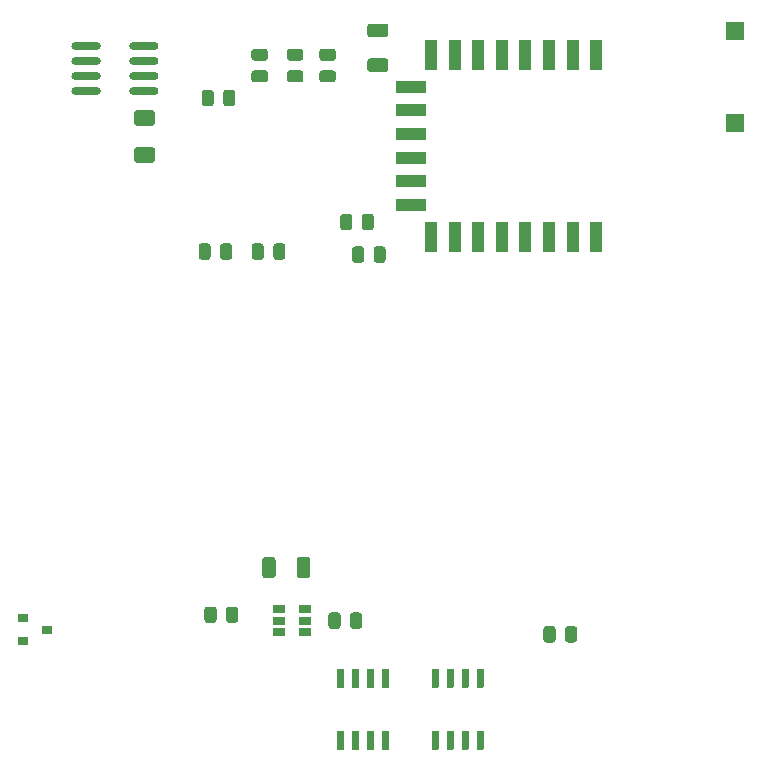
<source format=gbr>
%TF.GenerationSoftware,KiCad,Pcbnew,(5.1.12)-1*%
%TF.CreationDate,2022-02-03T12:58:41+01:00*%
%TF.ProjectId,colibri_01,636f6c69-6272-4695-9f30-312e6b696361,rev?*%
%TF.SameCoordinates,Original*%
%TF.FileFunction,Paste,Top*%
%TF.FilePolarity,Positive*%
%FSLAX46Y46*%
G04 Gerber Fmt 4.6, Leading zero omitted, Abs format (unit mm)*
G04 Created by KiCad (PCBNEW (5.1.12)-1) date 2022-02-03 12:58:41*
%MOMM*%
%LPD*%
G01*
G04 APERTURE LIST*
%ADD10R,2.500000X1.100000*%
%ADD11R,1.100000X2.500000*%
%ADD12R,1.060000X0.650000*%
%ADD13R,1.500000X1.500000*%
%ADD14R,0.900000X0.800000*%
G04 APERTURE END LIST*
D10*
%TO.C,U1*%
X150050000Y-73790000D03*
X150050000Y-71790000D03*
X150050000Y-69790000D03*
X150050000Y-67790000D03*
X150050000Y-65790000D03*
X150050000Y-63790000D03*
D11*
X165750000Y-76500000D03*
X163750000Y-76500000D03*
X161750000Y-76500000D03*
X159750000Y-76500000D03*
X157750000Y-76500000D03*
X155750000Y-76500000D03*
X153750000Y-76500000D03*
X151750000Y-76500000D03*
X151750000Y-61100000D03*
X153750000Y-61100000D03*
X155750000Y-61100000D03*
X157750000Y-61100000D03*
X159750000Y-61100000D03*
X161750000Y-61100000D03*
X163750000Y-61100000D03*
X165750000Y-61100000D03*
%TD*%
%TO.C,U6*%
G36*
G01*
X128350000Y-64505000D02*
X126550000Y-64505000D01*
G75*
G02*
X126200000Y-64155000I0J350000D01*
G01*
X126200000Y-64155000D01*
G75*
G02*
X126550000Y-63805000I350000J0D01*
G01*
X128350000Y-63805000D01*
G75*
G02*
X128700000Y-64155000I0J-350000D01*
G01*
X128700000Y-64155000D01*
G75*
G02*
X128350000Y-64505000I-350000J0D01*
G01*
G37*
G36*
G01*
X128350000Y-63235000D02*
X126550000Y-63235000D01*
G75*
G02*
X126200000Y-62885000I0J350000D01*
G01*
X126200000Y-62885000D01*
G75*
G02*
X126550000Y-62535000I350000J0D01*
G01*
X128350000Y-62535000D01*
G75*
G02*
X128700000Y-62885000I0J-350000D01*
G01*
X128700000Y-62885000D01*
G75*
G02*
X128350000Y-63235000I-350000J0D01*
G01*
G37*
G36*
G01*
X128350000Y-61965000D02*
X126550000Y-61965000D01*
G75*
G02*
X126200000Y-61615000I0J350000D01*
G01*
X126200000Y-61615000D01*
G75*
G02*
X126550000Y-61265000I350000J0D01*
G01*
X128350000Y-61265000D01*
G75*
G02*
X128700000Y-61615000I0J-350000D01*
G01*
X128700000Y-61615000D01*
G75*
G02*
X128350000Y-61965000I-350000J0D01*
G01*
G37*
G36*
G01*
X128350000Y-60695000D02*
X126550000Y-60695000D01*
G75*
G02*
X126200000Y-60345000I0J350000D01*
G01*
X126200000Y-60345000D01*
G75*
G02*
X126550000Y-59995000I350000J0D01*
G01*
X128350000Y-59995000D01*
G75*
G02*
X128700000Y-60345000I0J-350000D01*
G01*
X128700000Y-60345000D01*
G75*
G02*
X128350000Y-60695000I-350000J0D01*
G01*
G37*
G36*
G01*
X123450000Y-64505000D02*
X121650000Y-64505000D01*
G75*
G02*
X121300000Y-64155000I0J350000D01*
G01*
X121300000Y-64155000D01*
G75*
G02*
X121650000Y-63805000I350000J0D01*
G01*
X123450000Y-63805000D01*
G75*
G02*
X123800000Y-64155000I0J-350000D01*
G01*
X123800000Y-64155000D01*
G75*
G02*
X123450000Y-64505000I-350000J0D01*
G01*
G37*
G36*
G01*
X123450000Y-63235000D02*
X121650000Y-63235000D01*
G75*
G02*
X121300000Y-62885000I0J350000D01*
G01*
X121300000Y-62885000D01*
G75*
G02*
X121650000Y-62535000I350000J0D01*
G01*
X123450000Y-62535000D01*
G75*
G02*
X123800000Y-62885000I0J-350000D01*
G01*
X123800000Y-62885000D01*
G75*
G02*
X123450000Y-63235000I-350000J0D01*
G01*
G37*
G36*
G01*
X123450000Y-61965000D02*
X121650000Y-61965000D01*
G75*
G02*
X121300000Y-61615000I0J350000D01*
G01*
X121300000Y-61615000D01*
G75*
G02*
X121650000Y-61265000I350000J0D01*
G01*
X123450000Y-61265000D01*
G75*
G02*
X123800000Y-61615000I0J-350000D01*
G01*
X123800000Y-61615000D01*
G75*
G02*
X123450000Y-61965000I-350000J0D01*
G01*
G37*
G36*
G01*
X123450000Y-60695000D02*
X121650000Y-60695000D01*
G75*
G02*
X121300000Y-60345000I0J350000D01*
G01*
X121300000Y-60345000D01*
G75*
G02*
X121650000Y-59995000I350000J0D01*
G01*
X123450000Y-59995000D01*
G75*
G02*
X123800000Y-60345000I0J-350000D01*
G01*
X123800000Y-60345000D01*
G75*
G02*
X123450000Y-60695000I-350000J0D01*
G01*
G37*
%TD*%
%TO.C,U5*%
G36*
G01*
X147651300Y-113085000D02*
X148158700Y-113085000D01*
G75*
G02*
X148200000Y-113126300I0J-41300D01*
G01*
X148200000Y-114623700D01*
G75*
G02*
X148158700Y-114665000I-41300J0D01*
G01*
X147651300Y-114665000D01*
G75*
G02*
X147610000Y-114623700I0J41300D01*
G01*
X147610000Y-113126300D01*
G75*
G02*
X147651300Y-113085000I41300J0D01*
G01*
G37*
G36*
G01*
X146381300Y-113085000D02*
X146888700Y-113085000D01*
G75*
G02*
X146930000Y-113126300I0J-41300D01*
G01*
X146930000Y-114623700D01*
G75*
G02*
X146888700Y-114665000I-41300J0D01*
G01*
X146381300Y-114665000D01*
G75*
G02*
X146340000Y-114623700I0J41300D01*
G01*
X146340000Y-113126300D01*
G75*
G02*
X146381300Y-113085000I41300J0D01*
G01*
G37*
G36*
G01*
X145111300Y-113085000D02*
X145618700Y-113085000D01*
G75*
G02*
X145660000Y-113126300I0J-41300D01*
G01*
X145660000Y-114623700D01*
G75*
G02*
X145618700Y-114665000I-41300J0D01*
G01*
X145111300Y-114665000D01*
G75*
G02*
X145070000Y-114623700I0J41300D01*
G01*
X145070000Y-113126300D01*
G75*
G02*
X145111300Y-113085000I41300J0D01*
G01*
G37*
G36*
G01*
X143841300Y-113085000D02*
X144348700Y-113085000D01*
G75*
G02*
X144390000Y-113126300I0J-41300D01*
G01*
X144390000Y-114623700D01*
G75*
G02*
X144348700Y-114665000I-41300J0D01*
G01*
X143841300Y-114665000D01*
G75*
G02*
X143800000Y-114623700I0J41300D01*
G01*
X143800000Y-113126300D01*
G75*
G02*
X143841300Y-113085000I41300J0D01*
G01*
G37*
G36*
G01*
X143841300Y-118335000D02*
X144348700Y-118335000D01*
G75*
G02*
X144390000Y-118376300I0J-41300D01*
G01*
X144390000Y-119873700D01*
G75*
G02*
X144348700Y-119915000I-41300J0D01*
G01*
X143841300Y-119915000D01*
G75*
G02*
X143800000Y-119873700I0J41300D01*
G01*
X143800000Y-118376300D01*
G75*
G02*
X143841300Y-118335000I41300J0D01*
G01*
G37*
G36*
G01*
X145111300Y-118335000D02*
X145618700Y-118335000D01*
G75*
G02*
X145660000Y-118376300I0J-41300D01*
G01*
X145660000Y-119873700D01*
G75*
G02*
X145618700Y-119915000I-41300J0D01*
G01*
X145111300Y-119915000D01*
G75*
G02*
X145070000Y-119873700I0J41300D01*
G01*
X145070000Y-118376300D01*
G75*
G02*
X145111300Y-118335000I41300J0D01*
G01*
G37*
G36*
G01*
X146381300Y-118335000D02*
X146888700Y-118335000D01*
G75*
G02*
X146930000Y-118376300I0J-41300D01*
G01*
X146930000Y-119873700D01*
G75*
G02*
X146888700Y-119915000I-41300J0D01*
G01*
X146381300Y-119915000D01*
G75*
G02*
X146340000Y-119873700I0J41300D01*
G01*
X146340000Y-118376300D01*
G75*
G02*
X146381300Y-118335000I41300J0D01*
G01*
G37*
G36*
G01*
X147651300Y-118335000D02*
X148158700Y-118335000D01*
G75*
G02*
X148200000Y-118376300I0J-41300D01*
G01*
X148200000Y-119873700D01*
G75*
G02*
X148158700Y-119915000I-41300J0D01*
G01*
X147651300Y-119915000D01*
G75*
G02*
X147610000Y-119873700I0J41300D01*
G01*
X147610000Y-118376300D01*
G75*
G02*
X147651300Y-118335000I41300J0D01*
G01*
G37*
%TD*%
%TO.C,U4*%
G36*
G01*
X155651300Y-113085000D02*
X156158700Y-113085000D01*
G75*
G02*
X156200000Y-113126300I0J-41300D01*
G01*
X156200000Y-114623700D01*
G75*
G02*
X156158700Y-114665000I-41300J0D01*
G01*
X155651300Y-114665000D01*
G75*
G02*
X155610000Y-114623700I0J41300D01*
G01*
X155610000Y-113126300D01*
G75*
G02*
X155651300Y-113085000I41300J0D01*
G01*
G37*
G36*
G01*
X154381300Y-113085000D02*
X154888700Y-113085000D01*
G75*
G02*
X154930000Y-113126300I0J-41300D01*
G01*
X154930000Y-114623700D01*
G75*
G02*
X154888700Y-114665000I-41300J0D01*
G01*
X154381300Y-114665000D01*
G75*
G02*
X154340000Y-114623700I0J41300D01*
G01*
X154340000Y-113126300D01*
G75*
G02*
X154381300Y-113085000I41300J0D01*
G01*
G37*
G36*
G01*
X153111300Y-113085000D02*
X153618700Y-113085000D01*
G75*
G02*
X153660000Y-113126300I0J-41300D01*
G01*
X153660000Y-114623700D01*
G75*
G02*
X153618700Y-114665000I-41300J0D01*
G01*
X153111300Y-114665000D01*
G75*
G02*
X153070000Y-114623700I0J41300D01*
G01*
X153070000Y-113126300D01*
G75*
G02*
X153111300Y-113085000I41300J0D01*
G01*
G37*
G36*
G01*
X151841300Y-113085000D02*
X152348700Y-113085000D01*
G75*
G02*
X152390000Y-113126300I0J-41300D01*
G01*
X152390000Y-114623700D01*
G75*
G02*
X152348700Y-114665000I-41300J0D01*
G01*
X151841300Y-114665000D01*
G75*
G02*
X151800000Y-114623700I0J41300D01*
G01*
X151800000Y-113126300D01*
G75*
G02*
X151841300Y-113085000I41300J0D01*
G01*
G37*
G36*
G01*
X151841300Y-118335000D02*
X152348700Y-118335000D01*
G75*
G02*
X152390000Y-118376300I0J-41300D01*
G01*
X152390000Y-119873700D01*
G75*
G02*
X152348700Y-119915000I-41300J0D01*
G01*
X151841300Y-119915000D01*
G75*
G02*
X151800000Y-119873700I0J41300D01*
G01*
X151800000Y-118376300D01*
G75*
G02*
X151841300Y-118335000I41300J0D01*
G01*
G37*
G36*
G01*
X153111300Y-118335000D02*
X153618700Y-118335000D01*
G75*
G02*
X153660000Y-118376300I0J-41300D01*
G01*
X153660000Y-119873700D01*
G75*
G02*
X153618700Y-119915000I-41300J0D01*
G01*
X153111300Y-119915000D01*
G75*
G02*
X153070000Y-119873700I0J41300D01*
G01*
X153070000Y-118376300D01*
G75*
G02*
X153111300Y-118335000I41300J0D01*
G01*
G37*
G36*
G01*
X154381300Y-118335000D02*
X154888700Y-118335000D01*
G75*
G02*
X154930000Y-118376300I0J-41300D01*
G01*
X154930000Y-119873700D01*
G75*
G02*
X154888700Y-119915000I-41300J0D01*
G01*
X154381300Y-119915000D01*
G75*
G02*
X154340000Y-119873700I0J41300D01*
G01*
X154340000Y-118376300D01*
G75*
G02*
X154381300Y-118335000I41300J0D01*
G01*
G37*
G36*
G01*
X155651300Y-118335000D02*
X156158700Y-118335000D01*
G75*
G02*
X156200000Y-118376300I0J-41300D01*
G01*
X156200000Y-119873700D01*
G75*
G02*
X156158700Y-119915000I-41300J0D01*
G01*
X155651300Y-119915000D01*
G75*
G02*
X155610000Y-119873700I0J41300D01*
G01*
X155610000Y-118376300D01*
G75*
G02*
X155651300Y-118335000I41300J0D01*
G01*
G37*
%TD*%
D12*
%TO.C,U3*%
X138900000Y-109000000D03*
X138900000Y-109950000D03*
X138900000Y-108050000D03*
X141100000Y-108050000D03*
X141100000Y-109000000D03*
X141100000Y-109950000D03*
%TD*%
D13*
%TO.C,SW1*%
X177500000Y-66900000D03*
X177500000Y-59100000D03*
%TD*%
%TO.C,R11*%
G36*
G01*
X144900000Y-109450002D02*
X144900000Y-108549998D01*
G75*
G02*
X145149998Y-108300000I249998J0D01*
G01*
X145675002Y-108300000D01*
G75*
G02*
X145925000Y-108549998I0J-249998D01*
G01*
X145925000Y-109450002D01*
G75*
G02*
X145675002Y-109700000I-249998J0D01*
G01*
X145149998Y-109700000D01*
G75*
G02*
X144900000Y-109450002I0J249998D01*
G01*
G37*
G36*
G01*
X143075000Y-109450002D02*
X143075000Y-108549998D01*
G75*
G02*
X143324998Y-108300000I249998J0D01*
G01*
X143850002Y-108300000D01*
G75*
G02*
X144100000Y-108549998I0J-249998D01*
G01*
X144100000Y-109450002D01*
G75*
G02*
X143850002Y-109700000I-249998J0D01*
G01*
X143324998Y-109700000D01*
G75*
G02*
X143075000Y-109450002I0J249998D01*
G01*
G37*
%TD*%
%TO.C,R10*%
G36*
G01*
X133600000Y-108049998D02*
X133600000Y-108950002D01*
G75*
G02*
X133350002Y-109200000I-249998J0D01*
G01*
X132824998Y-109200000D01*
G75*
G02*
X132575000Y-108950002I0J249998D01*
G01*
X132575000Y-108049998D01*
G75*
G02*
X132824998Y-107800000I249998J0D01*
G01*
X133350002Y-107800000D01*
G75*
G02*
X133600000Y-108049998I0J-249998D01*
G01*
G37*
G36*
G01*
X135425000Y-108049998D02*
X135425000Y-108950002D01*
G75*
G02*
X135175002Y-109200000I-249998J0D01*
G01*
X134649998Y-109200000D01*
G75*
G02*
X134400000Y-108950002I0J249998D01*
G01*
X134400000Y-108049998D01*
G75*
G02*
X134649998Y-107800000I249998J0D01*
G01*
X135175002Y-107800000D01*
G75*
G02*
X135425000Y-108049998I0J-249998D01*
G01*
G37*
%TD*%
%TO.C,R9*%
G36*
G01*
X138400000Y-78200002D02*
X138400000Y-77299998D01*
G75*
G02*
X138649998Y-77050000I249998J0D01*
G01*
X139175002Y-77050000D01*
G75*
G02*
X139425000Y-77299998I0J-249998D01*
G01*
X139425000Y-78200002D01*
G75*
G02*
X139175002Y-78450000I-249998J0D01*
G01*
X138649998Y-78450000D01*
G75*
G02*
X138400000Y-78200002I0J249998D01*
G01*
G37*
G36*
G01*
X136575000Y-78200002D02*
X136575000Y-77299998D01*
G75*
G02*
X136824998Y-77050000I249998J0D01*
G01*
X137350002Y-77050000D01*
G75*
G02*
X137600000Y-77299998I0J-249998D01*
G01*
X137600000Y-78200002D01*
G75*
G02*
X137350002Y-78450000I-249998J0D01*
G01*
X136824998Y-78450000D01*
G75*
G02*
X136575000Y-78200002I0J249998D01*
G01*
G37*
%TD*%
%TO.C,R8*%
G36*
G01*
X133900000Y-78200002D02*
X133900000Y-77299998D01*
G75*
G02*
X134149998Y-77050000I249998J0D01*
G01*
X134675002Y-77050000D01*
G75*
G02*
X134925000Y-77299998I0J-249998D01*
G01*
X134925000Y-78200002D01*
G75*
G02*
X134675002Y-78450000I-249998J0D01*
G01*
X134149998Y-78450000D01*
G75*
G02*
X133900000Y-78200002I0J249998D01*
G01*
G37*
G36*
G01*
X132075000Y-78200002D02*
X132075000Y-77299998D01*
G75*
G02*
X132324998Y-77050000I249998J0D01*
G01*
X132850002Y-77050000D01*
G75*
G02*
X133100000Y-77299998I0J-249998D01*
G01*
X133100000Y-78200002D01*
G75*
G02*
X132850002Y-78450000I-249998J0D01*
G01*
X132324998Y-78450000D01*
G75*
G02*
X132075000Y-78200002I0J249998D01*
G01*
G37*
%TD*%
%TO.C,R7*%
G36*
G01*
X145100000Y-74799998D02*
X145100000Y-75700002D01*
G75*
G02*
X144850002Y-75950000I-249998J0D01*
G01*
X144324998Y-75950000D01*
G75*
G02*
X144075000Y-75700002I0J249998D01*
G01*
X144075000Y-74799998D01*
G75*
G02*
X144324998Y-74550000I249998J0D01*
G01*
X144850002Y-74550000D01*
G75*
G02*
X145100000Y-74799998I0J-249998D01*
G01*
G37*
G36*
G01*
X146925000Y-74799998D02*
X146925000Y-75700002D01*
G75*
G02*
X146675002Y-75950000I-249998J0D01*
G01*
X146149998Y-75950000D01*
G75*
G02*
X145900000Y-75700002I0J249998D01*
G01*
X145900000Y-74799998D01*
G75*
G02*
X146149998Y-74550000I249998J0D01*
G01*
X146675002Y-74550000D01*
G75*
G02*
X146925000Y-74799998I0J-249998D01*
G01*
G37*
%TD*%
%TO.C,R6*%
G36*
G01*
X146100000Y-77549998D02*
X146100000Y-78450002D01*
G75*
G02*
X145850002Y-78700000I-249998J0D01*
G01*
X145324998Y-78700000D01*
G75*
G02*
X145075000Y-78450002I0J249998D01*
G01*
X145075000Y-77549998D01*
G75*
G02*
X145324998Y-77300000I249998J0D01*
G01*
X145850002Y-77300000D01*
G75*
G02*
X146100000Y-77549998I0J-249998D01*
G01*
G37*
G36*
G01*
X147925000Y-77549998D02*
X147925000Y-78450002D01*
G75*
G02*
X147675002Y-78700000I-249998J0D01*
G01*
X147149998Y-78700000D01*
G75*
G02*
X146900000Y-78450002I0J249998D01*
G01*
X146900000Y-77549998D01*
G75*
G02*
X147149998Y-77300000I249998J0D01*
G01*
X147675002Y-77300000D01*
G75*
G02*
X147925000Y-77549998I0J-249998D01*
G01*
G37*
%TD*%
%TO.C,R5*%
G36*
G01*
X162300000Y-109699998D02*
X162300000Y-110600002D01*
G75*
G02*
X162050002Y-110850000I-249998J0D01*
G01*
X161524998Y-110850000D01*
G75*
G02*
X161275000Y-110600002I0J249998D01*
G01*
X161275000Y-109699998D01*
G75*
G02*
X161524998Y-109450000I249998J0D01*
G01*
X162050002Y-109450000D01*
G75*
G02*
X162300000Y-109699998I0J-249998D01*
G01*
G37*
G36*
G01*
X164125000Y-109699998D02*
X164125000Y-110600002D01*
G75*
G02*
X163875002Y-110850000I-249998J0D01*
G01*
X163349998Y-110850000D01*
G75*
G02*
X163100000Y-110600002I0J249998D01*
G01*
X163100000Y-109699998D01*
G75*
G02*
X163349998Y-109450000I249998J0D01*
G01*
X163875002Y-109450000D01*
G75*
G02*
X164125000Y-109699998I0J-249998D01*
G01*
G37*
%TD*%
%TO.C,R4*%
G36*
G01*
X139799998Y-62400000D02*
X140700002Y-62400000D01*
G75*
G02*
X140950000Y-62649998I0J-249998D01*
G01*
X140950000Y-63175002D01*
G75*
G02*
X140700002Y-63425000I-249998J0D01*
G01*
X139799998Y-63425000D01*
G75*
G02*
X139550000Y-63175002I0J249998D01*
G01*
X139550000Y-62649998D01*
G75*
G02*
X139799998Y-62400000I249998J0D01*
G01*
G37*
G36*
G01*
X139799998Y-60575000D02*
X140700002Y-60575000D01*
G75*
G02*
X140950000Y-60824998I0J-249998D01*
G01*
X140950000Y-61350002D01*
G75*
G02*
X140700002Y-61600000I-249998J0D01*
G01*
X139799998Y-61600000D01*
G75*
G02*
X139550000Y-61350002I0J249998D01*
G01*
X139550000Y-60824998D01*
G75*
G02*
X139799998Y-60575000I249998J0D01*
G01*
G37*
%TD*%
%TO.C,R3*%
G36*
G01*
X142549998Y-62400000D02*
X143450002Y-62400000D01*
G75*
G02*
X143700000Y-62649998I0J-249998D01*
G01*
X143700000Y-63175002D01*
G75*
G02*
X143450002Y-63425000I-249998J0D01*
G01*
X142549998Y-63425000D01*
G75*
G02*
X142300000Y-63175002I0J249998D01*
G01*
X142300000Y-62649998D01*
G75*
G02*
X142549998Y-62400000I249998J0D01*
G01*
G37*
G36*
G01*
X142549998Y-60575000D02*
X143450002Y-60575000D01*
G75*
G02*
X143700000Y-60824998I0J-249998D01*
G01*
X143700000Y-61350002D01*
G75*
G02*
X143450002Y-61600000I-249998J0D01*
G01*
X142549998Y-61600000D01*
G75*
G02*
X142300000Y-61350002I0J249998D01*
G01*
X142300000Y-60824998D01*
G75*
G02*
X142549998Y-60575000I249998J0D01*
G01*
G37*
%TD*%
%TO.C,R2*%
G36*
G01*
X137700002Y-61600000D02*
X136799998Y-61600000D01*
G75*
G02*
X136550000Y-61350002I0J249998D01*
G01*
X136550000Y-60824998D01*
G75*
G02*
X136799998Y-60575000I249998J0D01*
G01*
X137700002Y-60575000D01*
G75*
G02*
X137950000Y-60824998I0J-249998D01*
G01*
X137950000Y-61350002D01*
G75*
G02*
X137700002Y-61600000I-249998J0D01*
G01*
G37*
G36*
G01*
X137700002Y-63425000D02*
X136799998Y-63425000D01*
G75*
G02*
X136550000Y-63175002I0J249998D01*
G01*
X136550000Y-62649998D01*
G75*
G02*
X136799998Y-62400000I249998J0D01*
G01*
X137700002Y-62400000D01*
G75*
G02*
X137950000Y-62649998I0J-249998D01*
G01*
X137950000Y-63175002D01*
G75*
G02*
X137700002Y-63425000I-249998J0D01*
G01*
G37*
%TD*%
%TO.C,R1*%
G36*
G01*
X134150000Y-65200002D02*
X134150000Y-64299998D01*
G75*
G02*
X134399998Y-64050000I249998J0D01*
G01*
X134925002Y-64050000D01*
G75*
G02*
X135175000Y-64299998I0J-249998D01*
G01*
X135175000Y-65200002D01*
G75*
G02*
X134925002Y-65450000I-249998J0D01*
G01*
X134399998Y-65450000D01*
G75*
G02*
X134150000Y-65200002I0J249998D01*
G01*
G37*
G36*
G01*
X132325000Y-65200002D02*
X132325000Y-64299998D01*
G75*
G02*
X132574998Y-64050000I249998J0D01*
G01*
X133100002Y-64050000D01*
G75*
G02*
X133350000Y-64299998I0J-249998D01*
G01*
X133350000Y-65200002D01*
G75*
G02*
X133100002Y-65450000I-249998J0D01*
G01*
X132574998Y-65450000D01*
G75*
G02*
X132325000Y-65200002I0J249998D01*
G01*
G37*
%TD*%
D14*
%TO.C,D1*%
X119250000Y-109750000D03*
X117250000Y-110700000D03*
X117250000Y-108800000D03*
%TD*%
%TO.C,C4*%
G36*
G01*
X126849998Y-68900000D02*
X128150002Y-68900000D01*
G75*
G02*
X128400000Y-69149998I0J-249998D01*
G01*
X128400000Y-69975002D01*
G75*
G02*
X128150002Y-70225000I-249998J0D01*
G01*
X126849998Y-70225000D01*
G75*
G02*
X126600000Y-69975002I0J249998D01*
G01*
X126600000Y-69149998D01*
G75*
G02*
X126849998Y-68900000I249998J0D01*
G01*
G37*
G36*
G01*
X126849998Y-65775000D02*
X128150002Y-65775000D01*
G75*
G02*
X128400000Y-66024998I0J-249998D01*
G01*
X128400000Y-66850002D01*
G75*
G02*
X128150002Y-67100000I-249998J0D01*
G01*
X126849998Y-67100000D01*
G75*
G02*
X126600000Y-66850002I0J249998D01*
G01*
X126600000Y-66024998D01*
G75*
G02*
X126849998Y-65775000I249998J0D01*
G01*
G37*
%TD*%
%TO.C,C3*%
G36*
G01*
X138600000Y-103849999D02*
X138600000Y-105150001D01*
G75*
G02*
X138350001Y-105400000I-249999J0D01*
G01*
X137699999Y-105400000D01*
G75*
G02*
X137450000Y-105150001I0J249999D01*
G01*
X137450000Y-103849999D01*
G75*
G02*
X137699999Y-103600000I249999J0D01*
G01*
X138350001Y-103600000D01*
G75*
G02*
X138600000Y-103849999I0J-249999D01*
G01*
G37*
G36*
G01*
X141550000Y-103849999D02*
X141550000Y-105150001D01*
G75*
G02*
X141300001Y-105400000I-249999J0D01*
G01*
X140649999Y-105400000D01*
G75*
G02*
X140400000Y-105150001I0J249999D01*
G01*
X140400000Y-103849999D01*
G75*
G02*
X140649999Y-103600000I249999J0D01*
G01*
X141300001Y-103600000D01*
G75*
G02*
X141550000Y-103849999I0J-249999D01*
G01*
G37*
%TD*%
%TO.C,C2*%
G36*
G01*
X146599999Y-61400000D02*
X147900001Y-61400000D01*
G75*
G02*
X148150000Y-61649999I0J-249999D01*
G01*
X148150000Y-62300001D01*
G75*
G02*
X147900001Y-62550000I-249999J0D01*
G01*
X146599999Y-62550000D01*
G75*
G02*
X146350000Y-62300001I0J249999D01*
G01*
X146350000Y-61649999D01*
G75*
G02*
X146599999Y-61400000I249999J0D01*
G01*
G37*
G36*
G01*
X146599999Y-58450000D02*
X147900001Y-58450000D01*
G75*
G02*
X148150000Y-58699999I0J-249999D01*
G01*
X148150000Y-59350001D01*
G75*
G02*
X147900001Y-59600000I-249999J0D01*
G01*
X146599999Y-59600000D01*
G75*
G02*
X146350000Y-59350001I0J249999D01*
G01*
X146350000Y-58699999D01*
G75*
G02*
X146599999Y-58450000I249999J0D01*
G01*
G37*
%TD*%
M02*

</source>
